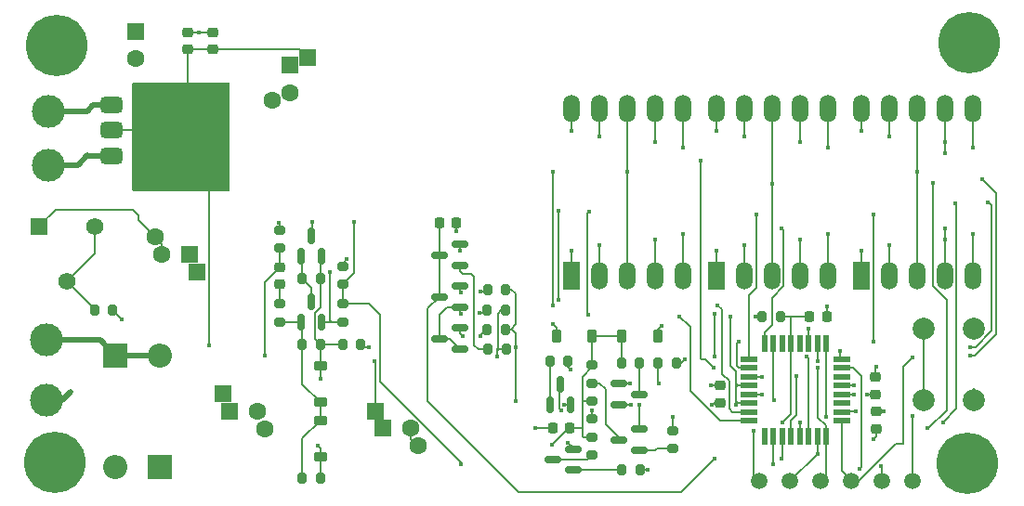
<source format=gbr>
%TF.GenerationSoftware,KiCad,Pcbnew,8.0.7*%
%TF.CreationDate,2025-05-12T19:41:04+03:00*%
%TF.ProjectId,esr_pr4,6573725f-7072-4342-9e6b-696361645f70,rev?*%
%TF.SameCoordinates,Original*%
%TF.FileFunction,Copper,L1,Top*%
%TF.FilePolarity,Positive*%
%FSLAX46Y46*%
G04 Gerber Fmt 4.6, Leading zero omitted, Abs format (unit mm)*
G04 Created by KiCad (PCBNEW 8.0.7) date 2025-05-12 19:41:04*
%MOMM*%
%LPD*%
G01*
G04 APERTURE LIST*
G04 Aperture macros list*
%AMRoundRect*
0 Rectangle with rounded corners*
0 $1 Rounding radius*
0 $2 $3 $4 $5 $6 $7 $8 $9 X,Y pos of 4 corners*
0 Add a 4 corners polygon primitive as box body*
4,1,4,$2,$3,$4,$5,$6,$7,$8,$9,$2,$3,0*
0 Add four circle primitives for the rounded corners*
1,1,$1+$1,$2,$3*
1,1,$1+$1,$4,$5*
1,1,$1+$1,$6,$7*
1,1,$1+$1,$8,$9*
0 Add four rect primitives between the rounded corners*
20,1,$1+$1,$2,$3,$4,$5,0*
20,1,$1+$1,$4,$5,$6,$7,0*
20,1,$1+$1,$6,$7,$8,$9,0*
20,1,$1+$1,$8,$9,$2,$3,0*%
G04 Aperture macros list end*
%TA.AperFunction,ComponentPad*%
%ADD10C,3.600000*%
%TD*%
%TA.AperFunction,ConnectorPad*%
%ADD11C,5.600000*%
%TD*%
%TA.AperFunction,SMDPad,CuDef*%
%ADD12RoundRect,0.150000X0.587500X0.150000X-0.587500X0.150000X-0.587500X-0.150000X0.587500X-0.150000X0*%
%TD*%
%TA.AperFunction,SMDPad,CuDef*%
%ADD13RoundRect,0.200000X-0.200000X-0.275000X0.200000X-0.275000X0.200000X0.275000X-0.200000X0.275000X0*%
%TD*%
%TA.AperFunction,SMDPad,CuDef*%
%ADD14RoundRect,0.225000X-0.225000X-0.250000X0.225000X-0.250000X0.225000X0.250000X-0.225000X0.250000X0*%
%TD*%
%TA.AperFunction,SMDPad,CuDef*%
%ADD15RoundRect,0.200000X0.275000X-0.200000X0.275000X0.200000X-0.275000X0.200000X-0.275000X-0.200000X0*%
%TD*%
%TA.AperFunction,SMDPad,CuDef*%
%ADD16RoundRect,0.225000X-0.375000X0.225000X-0.375000X-0.225000X0.375000X-0.225000X0.375000X0.225000X0*%
%TD*%
%TA.AperFunction,ComponentPad*%
%ADD17R,1.524000X2.524000*%
%TD*%
%TA.AperFunction,ComponentPad*%
%ADD18O,1.524000X2.524000*%
%TD*%
%TA.AperFunction,SMDPad,CuDef*%
%ADD19RoundRect,0.200000X0.200000X0.275000X-0.200000X0.275000X-0.200000X-0.275000X0.200000X-0.275000X0*%
%TD*%
%TA.AperFunction,SMDPad,CuDef*%
%ADD20C,1.500000*%
%TD*%
%TA.AperFunction,ComponentPad*%
%ADD21R,1.600000X1.600000*%
%TD*%
%TA.AperFunction,ComponentPad*%
%ADD22C,1.600000*%
%TD*%
%TA.AperFunction,ComponentPad*%
%ADD23R,1.560000X1.560000*%
%TD*%
%TA.AperFunction,ComponentPad*%
%ADD24C,1.560000*%
%TD*%
%TA.AperFunction,SMDPad,CuDef*%
%ADD25RoundRect,0.200000X-0.275000X0.200000X-0.275000X-0.200000X0.275000X-0.200000X0.275000X0.200000X0*%
%TD*%
%TA.AperFunction,SMDPad,CuDef*%
%ADD26RoundRect,0.225000X-0.225000X-0.375000X0.225000X-0.375000X0.225000X0.375000X-0.225000X0.375000X0*%
%TD*%
%TA.AperFunction,SMDPad,CuDef*%
%ADD27RoundRect,0.150000X0.150000X-0.587500X0.150000X0.587500X-0.150000X0.587500X-0.150000X-0.587500X0*%
%TD*%
%TA.AperFunction,ComponentPad*%
%ADD28C,2.000000*%
%TD*%
%TA.AperFunction,SMDPad,CuDef*%
%ADD29RoundRect,0.225000X0.250000X-0.225000X0.250000X0.225000X-0.250000X0.225000X-0.250000X-0.225000X0*%
%TD*%
%TA.AperFunction,ComponentPad*%
%ADD30R,2.200000X2.200000*%
%TD*%
%TA.AperFunction,ComponentPad*%
%ADD31O,2.200000X2.200000*%
%TD*%
%TA.AperFunction,SMDPad,CuDef*%
%ADD32C,3.000000*%
%TD*%
%TA.AperFunction,SMDPad,CuDef*%
%ADD33R,1.600000X0.550000*%
%TD*%
%TA.AperFunction,SMDPad,CuDef*%
%ADD34R,0.550000X1.600000*%
%TD*%
%TA.AperFunction,SMDPad,CuDef*%
%ADD35RoundRect,0.225000X0.225000X0.250000X-0.225000X0.250000X-0.225000X-0.250000X0.225000X-0.250000X0*%
%TD*%
%TA.AperFunction,SMDPad,CuDef*%
%ADD36RoundRect,0.225000X-0.250000X0.225000X-0.250000X-0.225000X0.250000X-0.225000X0.250000X0.225000X0*%
%TD*%
%TA.AperFunction,SMDPad,CuDef*%
%ADD37RoundRect,0.375000X-0.625000X-0.375000X0.625000X-0.375000X0.625000X0.375000X-0.625000X0.375000X0*%
%TD*%
%TA.AperFunction,SMDPad,CuDef*%
%ADD38RoundRect,0.500000X-0.500000X-1.400000X0.500000X-1.400000X0.500000X1.400000X-0.500000X1.400000X0*%
%TD*%
%TA.AperFunction,SMDPad,CuDef*%
%ADD39RoundRect,0.150000X-0.587500X-0.150000X0.587500X-0.150000X0.587500X0.150000X-0.587500X0.150000X0*%
%TD*%
%TA.AperFunction,ViaPad*%
%ADD40C,0.400000*%
%TD*%
%TA.AperFunction,Conductor*%
%ADD41C,0.200000*%
%TD*%
%TA.AperFunction,Conductor*%
%ADD42C,0.500000*%
%TD*%
G04 APERTURE END LIST*
D10*
%TO.P,H1,1*%
%TO.N,N/C*%
X103555800Y-53543200D03*
D11*
X103555800Y-53543200D03*
%TD*%
D10*
%TO.P,H4,1*%
%TO.N,N/C*%
X186750000Y-53300000D03*
D11*
X186750000Y-53300000D03*
%TD*%
D12*
%TO.P,QT7,1,B*%
%TO.N,Net-(QT7-B)*%
X140321400Y-73584000D03*
%TO.P,QT7,2,E*%
%TO.N,GND*%
X140321400Y-71684000D03*
%TO.P,QT7,3,C*%
%TO.N,Net-(Q4-C)*%
X138446400Y-72634000D03*
%TD*%
D13*
%TO.P,R32,1*%
%TO.N,+5V*%
X167894000Y-78232000D03*
%TO.P,R32,2*%
%TO.N,/ISP_RESET*%
X169544000Y-78232000D03*
%TD*%
%TO.P,R12,1*%
%TO.N,Net-(D1-A)*%
X125984000Y-92964000D03*
%TO.P,R12,2*%
%TO.N,GND*%
X127634000Y-92964000D03*
%TD*%
D14*
%TO.P,C12,1*%
%TO.N,Net-(Q4-C)*%
X138446400Y-69713000D03*
%TO.P,C12,2*%
%TO.N,GND*%
X139996400Y-69713000D03*
%TD*%
D15*
%TO.P,R7,1*%
%TO.N,Net-(Q2-B)*%
X159689800Y-90309200D03*
%TO.P,R7,2*%
%TO.N,Net-(U1-PC2)*%
X159689800Y-88659200D03*
%TD*%
D13*
%TO.P,R8,1*%
%TO.N,Net-(Q3-B)*%
X148513800Y-82321400D03*
%TO.P,R8,2*%
%TO.N,Net-(U1-PC3)*%
X150163800Y-82321400D03*
%TD*%
D15*
%TO.P,R15,1*%
%TO.N,Net-(D7-K)*%
X123952000Y-72009000D03*
%TO.P,R15,2*%
%TO.N,GND*%
X123952000Y-70359000D03*
%TD*%
D16*
%TO.P,D2,1,K*%
%TO.N,Net-(D1-A)*%
X127625000Y-87700000D03*
%TO.P,D2,2,A*%
%TO.N,GND*%
X127625000Y-91000000D03*
%TD*%
D17*
%TO.P,AFF2,1,e*%
%TO.N,Net-(AFF1-e)*%
X163690000Y-74559000D03*
D18*
%TO.P,AFF2,2,d*%
%TO.N,Net-(AFF1-d)*%
X166230000Y-74559000D03*
%TO.P,AFF2,3,C.A.*%
%TO.N,Net-(QT2-C)*%
X168770000Y-74559000D03*
%TO.P,AFF2,4,c*%
%TO.N,Net-(AFF1-c)*%
X171310000Y-74559000D03*
%TO.P,AFF2,5,DP*%
%TO.N,Net-(AFF1-DP)*%
X173850000Y-74559000D03*
%TO.P,AFF2,6,b*%
%TO.N,Net-(AFF1-b)*%
X173850000Y-59319000D03*
%TO.P,AFF2,7,a*%
%TO.N,Net-(AFF1-a)*%
X171310000Y-59319000D03*
%TO.P,AFF2,8,C.A.*%
%TO.N,Net-(QT2-C)*%
X168770000Y-59319000D03*
%TO.P,AFF2,9,f*%
%TO.N,Net-(AFF1-f)*%
X166230000Y-59319000D03*
%TO.P,AFF2,10,g*%
%TO.N,Net-(AFF1-g)*%
X163690000Y-59319000D03*
%TD*%
D19*
%TO.P,R1,1*%
%TO.N,Net-(Q1-C)*%
X156717000Y-82448400D03*
%TO.P,R1,2*%
%TO.N,Net-(D5-A)*%
X155067000Y-82448400D03*
%TD*%
D20*
%TO.P,TP6,1,1*%
%TO.N,/ISP_MOSI*%
X170434000Y-93218000D03*
%TD*%
%TO.P,TP5,1,1*%
%TO.N,/ISP_MISO*%
X173228000Y-93218000D03*
%TD*%
D10*
%TO.P,H2,1*%
%TO.N,N/C*%
X186600000Y-91625000D03*
D11*
X186600000Y-91625000D03*
%TD*%
D21*
%TO.P,CP4,1*%
%TO.N,Net-(D7-K)*%
X132658126Y-86850000D03*
X133329063Y-88450000D03*
D22*
%TO.P,CP4,2*%
%TO.N,Net-(D5-A)*%
X135829063Y-88450000D03*
X136500000Y-90050000D03*
%TD*%
D23*
%TO.P,RV21,1,1*%
%TO.N,Net-(CP5-Pad2)*%
X102025000Y-70035000D03*
D24*
%TO.P,RV21,2,2*%
%TO.N,Net-(R11-Pad1)*%
X104525000Y-75035000D03*
%TO.P,RV21,3,3*%
X107025000Y-70035000D03*
%TD*%
D25*
%TO.P,R4,1*%
%TO.N,Net-(D5-A)*%
X152374600Y-89218000D03*
%TO.P,R4,2*%
%TO.N,Net-(QT4-C)*%
X152374600Y-90868000D03*
%TD*%
D15*
%TO.P,R2,1*%
%TO.N,Net-(Q2-C)*%
X152400000Y-84328000D03*
%TO.P,R2,2*%
%TO.N,Net-(D5-A)*%
X152400000Y-82678000D03*
%TD*%
D12*
%TO.P,Q5,1,B*%
%TO.N,Net-(Q4-B)*%
X140321400Y-81204000D03*
%TO.P,Q5,2,E*%
%TO.N,Net-(Q5-E)*%
X140321400Y-79304000D03*
%TO.P,Q5,3,C*%
%TO.N,Net-(Q4-B)*%
X138446400Y-80254000D03*
%TD*%
D26*
%TO.P,D6,1,K*%
%TO.N,Net-(D5-A)*%
X155068000Y-80010000D03*
%TO.P,D6,2,A*%
%TO.N,GND*%
X158368000Y-80010000D03*
%TD*%
D27*
%TO.P,Q3,1,B*%
%TO.N,Net-(Q3-B)*%
X148513800Y-86283800D03*
%TO.P,Q3,2,E*%
%TO.N,+5V*%
X150413800Y-86283800D03*
%TO.P,Q3,3,C*%
%TO.N,Net-(Q3-C)*%
X149463800Y-84408800D03*
%TD*%
D28*
%TO.P,SW1,1,1*%
%TO.N,Net-(U1-PD1)*%
X182626000Y-85852000D03*
X182626000Y-79352000D03*
%TO.P,SW1,2,2*%
%TO.N,GND*%
X187126000Y-85852000D03*
X187126000Y-79352000D03*
%TD*%
D16*
%TO.P,D1,1,K*%
%TO.N,Net-(D1-K)*%
X127625000Y-82775000D03*
%TO.P,D1,2,A*%
%TO.N,Net-(D1-A)*%
X127625000Y-86075000D03*
%TD*%
D20*
%TO.P,TP3,1,1*%
%TO.N,/ISP_RESET*%
X167640000Y-93218000D03*
%TD*%
D21*
%TO.P,CP6,1*%
%TO.N,Net-(D1-K)*%
X118709063Y-85268000D03*
X119380000Y-86868000D03*
D22*
%TO.P,CP6,2*%
%TO.N,GND*%
X121880000Y-86868000D03*
X122550937Y-88468000D03*
%TD*%
D29*
%TO.P,C13,1*%
%TO.N,GND*%
X178231800Y-88468200D03*
%TO.P,C13,2*%
%TO.N,+5V*%
X178231800Y-86918200D03*
%TD*%
D13*
%TO.P,R18,1*%
%TO.N,Net-(Q4-B)*%
X142825200Y-77698600D03*
%TO.P,R18,2*%
%TO.N,Net-(U1-PC4)*%
X144475200Y-77698600D03*
%TD*%
D29*
%TO.P,C4,1*%
%TO.N,Net-(U1-AREF)*%
X178225000Y-85344000D03*
%TO.P,C4,2*%
%TO.N,GND*%
X178225000Y-83794000D03*
%TD*%
D30*
%TO.P,D7,1,K*%
%TO.N,Net-(D7-K)*%
X108966000Y-81788000D03*
D31*
%TO.P,D7,2,A*%
%TO.N,GND*%
X108966000Y-91948000D03*
%TD*%
D30*
%TO.P,D8,1,K*%
%TO.N,GND*%
X113030000Y-91948000D03*
D31*
%TO.P,D8,2,A*%
%TO.N,Net-(D7-K)*%
X113030000Y-81788000D03*
%TD*%
D32*
%TO.P,TP8,1,1*%
%TO.N,GND*%
X102800000Y-59550000D03*
%TD*%
D12*
%TO.P,Q4,1,B*%
%TO.N,Net-(Q4-B)*%
X140321400Y-77394000D03*
%TO.P,Q4,2,E*%
%TO.N,Net-(Q4-E)*%
X140321400Y-75494000D03*
%TO.P,Q4,3,C*%
%TO.N,Net-(Q4-C)*%
X138446400Y-76444000D03*
%TD*%
D26*
%TO.P,D5,1,K*%
%TO.N,GND*%
X149100000Y-80010000D03*
%TO.P,D5,2,A*%
%TO.N,Net-(D5-A)*%
X152400000Y-80010000D03*
%TD*%
D32*
%TO.P,TP9,1,1*%
%TO.N,GND*%
X102675000Y-85875000D03*
%TD*%
D27*
%TO.P,Q6,1,B*%
%TO.N,Net-(Q6-B)*%
X125862000Y-72771000D03*
%TO.P,Q6,2,E*%
%TO.N,Net-(D1-K)*%
X127762000Y-72771000D03*
%TO.P,Q6,3,C*%
%TO.N,Net-(Q6-C)*%
X126812000Y-70896000D03*
%TD*%
D12*
%TO.P,Q2,1,B*%
%TO.N,Net-(Q2-B)*%
X156715700Y-90434200D03*
%TO.P,Q2,2,E*%
%TO.N,+5V*%
X156715700Y-88534200D03*
%TO.P,Q2,3,C*%
%TO.N,Net-(Q2-C)*%
X154840700Y-89484200D03*
%TD*%
D29*
%TO.P,C7,1*%
%TO.N,+5V*%
X115570000Y-53861000D03*
%TO.P,C7,2*%
%TO.N,GND*%
X115570000Y-52311000D03*
%TD*%
D13*
%TO.P,R19,1*%
%TO.N,Net-(QT7-B)*%
X142901400Y-81254600D03*
%TO.P,R19,2*%
%TO.N,Net-(U1-PC4)*%
X144551400Y-81254600D03*
%TD*%
D12*
%TO.P,QT4,1,B*%
%TO.N,Net-(QT4-B)*%
X150645100Y-92237600D03*
%TO.P,QT4,2,E*%
%TO.N,GND*%
X150645100Y-90337600D03*
%TO.P,QT4,3,C*%
%TO.N,Net-(QT4-C)*%
X148770100Y-91287600D03*
%TD*%
D32*
%TO.P,TP10,1,1*%
%TO.N,Net-(D7-K)*%
X102625000Y-80375000D03*
%TD*%
D15*
%TO.P,R14,1*%
%TO.N,Net-(D1-A)*%
X123952000Y-78740000D03*
%TO.P,R14,2*%
%TO.N,Net-(C1-Pad1)*%
X123952000Y-77090000D03*
%TD*%
D33*
%TO.P,U1,1,PD3*%
%TO.N,Net-(U1-PD3)*%
X166650000Y-82144000D03*
%TO.P,U1,2,PD4*%
%TO.N,Net-(U1-PD4)*%
X166650000Y-82944000D03*
%TO.P,U1,3,GND*%
%TO.N,GND*%
X166650000Y-83744000D03*
%TO.P,U1,4,VCC*%
%TO.N,+5V*%
X166650000Y-84544000D03*
%TO.P,U1,5,GND*%
%TO.N,GND*%
X166650000Y-85344000D03*
%TO.P,U1,6,VCC*%
%TO.N,+5V*%
X166650000Y-86144000D03*
%TO.P,U1,7,PB6/XTAL1*%
%TO.N,Net-(U1-PB6{slash}XTAL1)*%
X166650000Y-86944000D03*
%TO.P,U1,8,PB7/XTAL2*%
%TO.N,Net-(U1-PB7{slash}XTAL2)*%
X166650000Y-87744000D03*
D34*
%TO.P,U1,9,PD5*%
%TO.N,unconnected-(U1-PD5-Pad9)*%
X168100000Y-89194000D03*
%TO.P,U1,10,PD6*%
%TO.N,Net-(Q6-C)*%
X168900000Y-89194000D03*
%TO.P,U1,11,PD7*%
%TO.N,Net-(Q4-C)*%
X169700000Y-89194000D03*
%TO.P,U1,12,PB0*%
%TO.N,Net-(U1-PB0)*%
X170500000Y-89194000D03*
%TO.P,U1,13,PB1*%
%TO.N,Net-(U1-PB1)*%
X171300000Y-89194000D03*
%TO.P,U1,14,PB2*%
%TO.N,Net-(U1-PB2)*%
X172100000Y-89194000D03*
%TO.P,U1,15,PB3*%
%TO.N,/ISP_MOSI*%
X172900000Y-89194000D03*
%TO.P,U1,16,PB4*%
%TO.N,/ISP_MISO*%
X173700000Y-89194000D03*
D33*
%TO.P,U1,17,PB5*%
%TO.N,/ISP_SCK*%
X175150000Y-87744000D03*
%TO.P,U1,18,AVCC*%
%TO.N,+5V*%
X175150000Y-86944000D03*
%TO.P,U1,19,ADC6*%
%TO.N,unconnected-(U1-ADC6-Pad19)*%
X175150000Y-86144000D03*
%TO.P,U1,20,AREF*%
%TO.N,Net-(U1-AREF)*%
X175150000Y-85344000D03*
%TO.P,U1,21,AGND*%
%TO.N,GND*%
X175150000Y-84544000D03*
%TO.P,U1,22,ADC7*%
%TO.N,unconnected-(U1-ADC7-Pad22)*%
X175150000Y-83744000D03*
%TO.P,U1,23,PC0*%
%TO.N,Net-(U1-PC0)*%
X175150000Y-82944000D03*
%TO.P,U1,24,PC1*%
%TO.N,Net-(U1-PC1)*%
X175150000Y-82144000D03*
D34*
%TO.P,U1,25,PC2*%
%TO.N,Net-(U1-PC2)*%
X173700000Y-80694000D03*
%TO.P,U1,26,PC3*%
%TO.N,Net-(U1-PC3)*%
X172900000Y-80694000D03*
%TO.P,U1,27,PC4*%
%TO.N,Net-(U1-PC4)*%
X172100000Y-80694000D03*
%TO.P,U1,28,PC5*%
%TO.N,unconnected-(U1-PC5-Pad28)*%
X171300000Y-80694000D03*
%TO.P,U1,29,PC6/~{RESET}*%
%TO.N,/ISP_RESET*%
X170500000Y-80694000D03*
%TO.P,U1,30,PD0*%
%TO.N,unconnected-(U1-PD0-Pad30)*%
X169700000Y-80694000D03*
%TO.P,U1,31,PD1*%
%TO.N,Net-(U1-PD1)*%
X168900000Y-80694000D03*
%TO.P,U1,32,PD2*%
%TO.N,Net-(U1-PD2)*%
X168100000Y-80694000D03*
%TD*%
D13*
%TO.P,R6,1*%
%TO.N,Net-(Q1-B)*%
X158407600Y-82448400D03*
%TO.P,R6,2*%
%TO.N,Net-(U1-PC1)*%
X160057600Y-82448400D03*
%TD*%
D20*
%TO.P,TP4,1,1*%
%TO.N,/ISP_SCK*%
X176022000Y-93218000D03*
%TD*%
D21*
%TO.P,CP3,1*%
%TO.N,Net-(U2-VI)*%
X110820200Y-52236488D03*
D22*
%TO.P,CP3,2*%
%TO.N,GND*%
X110820200Y-54736488D03*
%TD*%
D14*
%TO.P,C14,1*%
%TO.N,/ISP_RESET*%
X172212000Y-78232000D03*
%TO.P,C14,2*%
%TO.N,GND*%
X173762000Y-78232000D03*
%TD*%
D15*
%TO.P,R10,1*%
%TO.N,Net-(Q6-C)*%
X129667000Y-75311000D03*
%TO.P,R10,2*%
%TO.N,GND*%
X129667000Y-73661000D03*
%TD*%
D13*
%TO.P,R11,1*%
%TO.N,Net-(R11-Pad1)*%
X107023400Y-77698600D03*
%TO.P,R11,2*%
%TO.N,GND*%
X108673400Y-77698600D03*
%TD*%
D20*
%TO.P,TP1,1,1*%
%TO.N,+5V*%
X181610000Y-93218000D03*
%TD*%
D10*
%TO.P,H3,1*%
%TO.N,N/C*%
X103450000Y-91550000D03*
D11*
X103450000Y-91550000D03*
%TD*%
D19*
%TO.P,R9,1*%
%TO.N,Net-(U1-PC0)*%
X156730200Y-92252800D03*
%TO.P,R9,2*%
%TO.N,Net-(QT4-B)*%
X155080200Y-92252800D03*
%TD*%
D15*
%TO.P,R3,1*%
%TO.N,Net-(Q3-C)*%
X152400000Y-87566000D03*
%TO.P,R3,2*%
%TO.N,Net-(D5-A)*%
X152400000Y-85916000D03*
%TD*%
D35*
%TO.P,C2,1*%
%TO.N,Net-(D5-A)*%
X150330200Y-88392000D03*
%TO.P,C2,2*%
%TO.N,Net-(D7-K)*%
X148780200Y-88392000D03*
%TD*%
D36*
%TO.P,C11,1*%
%TO.N,GND*%
X164084000Y-84556000D03*
%TO.P,C11,2*%
%TO.N,+5V*%
X164084000Y-86106000D03*
%TD*%
D37*
%TO.P,U2,1,GND*%
%TO.N,GND*%
X108610000Y-58964800D03*
%TO.P,U2,2,VO*%
%TO.N,+5V*%
X108610000Y-61264800D03*
D38*
X114910000Y-61264800D03*
D37*
%TO.P,U2,3,VI*%
%TO.N,Net-(U2-VI)*%
X108610000Y-63564800D03*
%TD*%
D19*
%TO.P,R13,1*%
%TO.N,Net-(D1-K)*%
X127634000Y-80772000D03*
%TO.P,R13,2*%
%TO.N,Net-(D1-A)*%
X125984000Y-80772000D03*
%TD*%
%TO.P,R17,1*%
%TO.N,+5V*%
X144474200Y-79400400D03*
%TO.P,R17,2*%
%TO.N,Net-(Q5-E)*%
X142824200Y-79400400D03*
%TD*%
%TO.P,R22,1*%
%TO.N,+5V*%
X131317000Y-80772000D03*
%TO.P,R22,2*%
%TO.N,Net-(D1-K)*%
X129667000Y-80772000D03*
%TD*%
D20*
%TO.P,TP2,1,1*%
%TO.N,GND*%
X178816000Y-93218000D03*
%TD*%
D27*
%TO.P,QT6,1,B*%
%TO.N,Net-(D1-A)*%
X125862000Y-78740000D03*
%TO.P,QT6,2,E*%
%TO.N,Net-(QT6-E)*%
X127762000Y-78740000D03*
%TO.P,QT6,3,C*%
%TO.N,Net-(Q6-B)*%
X126812000Y-76865000D03*
%TD*%
D21*
%TO.P,CP5,1*%
%TO.N,Net-(QT6-E)*%
X116370937Y-74175000D03*
X115700000Y-72575000D03*
D22*
%TO.P,CP5,2*%
%TO.N,Net-(CP5-Pad2)*%
X113200000Y-72575000D03*
X112529063Y-70975000D03*
%TD*%
D19*
%TO.P,R16,1*%
%TO.N,+5V*%
X144499600Y-75768200D03*
%TO.P,R16,2*%
%TO.N,Net-(Q4-E)*%
X142849600Y-75768200D03*
%TD*%
D29*
%TO.P,C1,1*%
%TO.N,Net-(C1-Pad1)*%
X123952000Y-75311000D03*
%TO.P,C1,2*%
%TO.N,Net-(D7-K)*%
X123952000Y-73761000D03*
%TD*%
D25*
%TO.P,R5,1*%
%TO.N,Net-(Q6-C)*%
X129667000Y-77090000D03*
%TO.P,R5,2*%
%TO.N,Net-(QT6-E)*%
X129667000Y-78740000D03*
%TD*%
D32*
%TO.P,TP7,1,1*%
%TO.N,Net-(U2-VI)*%
X102800000Y-64425000D03*
%TD*%
D39*
%TO.P,Q1,1,B*%
%TO.N,Net-(Q1-B)*%
X154838400Y-84378800D03*
%TO.P,Q1,2,E*%
%TO.N,+5V*%
X154838400Y-86278800D03*
%TO.P,Q1,3,C*%
%TO.N,Net-(Q1-C)*%
X156713400Y-85328800D03*
%TD*%
D17*
%TO.P,AFF3,1,e*%
%TO.N,Net-(AFF1-e)*%
X176898000Y-74559000D03*
D18*
%TO.P,AFF3,2,d*%
%TO.N,Net-(AFF1-d)*%
X179438000Y-74559000D03*
%TO.P,AFF3,3,C.A.*%
%TO.N,Net-(QT3-C)*%
X181978000Y-74559000D03*
%TO.P,AFF3,4,c*%
%TO.N,Net-(AFF1-c)*%
X184518000Y-74559000D03*
%TO.P,AFF3,5,DP*%
%TO.N,Net-(AFF1-DP)*%
X187058000Y-74559000D03*
%TO.P,AFF3,6,b*%
%TO.N,Net-(AFF1-b)*%
X187058000Y-59319000D03*
%TO.P,AFF3,7,a*%
%TO.N,Net-(AFF1-a)*%
X184518000Y-59319000D03*
%TO.P,AFF3,8,C.A.*%
%TO.N,Net-(QT3-C)*%
X181978000Y-59319000D03*
%TO.P,AFF3,9,f*%
%TO.N,Net-(AFF1-f)*%
X179438000Y-59319000D03*
%TO.P,AFF3,10,g*%
%TO.N,Net-(AFF1-g)*%
X176898000Y-59319000D03*
%TD*%
D19*
%TO.P,R20,1*%
%TO.N,Net-(D1-K)*%
X127635000Y-74803000D03*
%TO.P,R20,2*%
%TO.N,Net-(Q6-B)*%
X125985000Y-74803000D03*
%TD*%
D21*
%TO.P,CP10,1*%
%TO.N,+5V*%
X126450000Y-54661386D03*
X124850000Y-55332323D03*
D22*
%TO.P,CP10,2*%
%TO.N,GND*%
X124850000Y-57832323D03*
X123250000Y-58503260D03*
%TD*%
D17*
%TO.P,AFF1,1,e*%
%TO.N,Net-(AFF1-e)*%
X150482000Y-74559000D03*
D18*
%TO.P,AFF1,2,d*%
%TO.N,Net-(AFF1-d)*%
X153022000Y-74559000D03*
%TO.P,AFF1,3,C.A.*%
%TO.N,Net-(QT1-C)*%
X155562000Y-74559000D03*
%TO.P,AFF1,4,c*%
%TO.N,Net-(AFF1-c)*%
X158102000Y-74559000D03*
%TO.P,AFF1,5,DP*%
%TO.N,Net-(AFF1-DP)*%
X160642000Y-74559000D03*
%TO.P,AFF1,6,b*%
%TO.N,Net-(AFF1-b)*%
X160642000Y-59319000D03*
%TO.P,AFF1,7,a*%
%TO.N,Net-(AFF1-a)*%
X158102000Y-59319000D03*
%TO.P,AFF1,8,C.A.*%
%TO.N,Net-(QT1-C)*%
X155562000Y-59319000D03*
%TO.P,AFF1,9,f*%
%TO.N,Net-(AFF1-f)*%
X153022000Y-59319000D03*
%TO.P,AFF1,10,g*%
%TO.N,Net-(AFF1-g)*%
X150482000Y-59319000D03*
%TD*%
D29*
%TO.P,C9,1*%
%TO.N,+5V*%
X117856000Y-53861000D03*
%TO.P,C9,2*%
%TO.N,GND*%
X117856000Y-52311000D03*
%TD*%
D40*
%TO.N,Net-(AFF1-e)*%
X163690000Y-72273000D03*
X150482000Y-72273000D03*
X176898000Y-72273000D03*
%TO.N,Net-(AFF1-d)*%
X153022000Y-71765000D03*
X166230000Y-71765000D03*
X179438000Y-71765000D03*
%TO.N,Net-(QT1-C)*%
X155562000Y-65034000D03*
%TO.N,Net-(AFF1-c)*%
X171310000Y-71257000D03*
X184505600Y-70180200D03*
X158102000Y-71257000D03*
X184518000Y-71257000D03*
%TO.N,Net-(AFF1-DP)*%
X160642000Y-70749000D03*
X173850000Y-70749000D03*
X187058000Y-70749000D03*
%TO.N,Net-(AFF1-b)*%
X160642000Y-62875000D03*
X187058000Y-62875000D03*
X173850000Y-62875000D03*
%TO.N,Net-(AFF1-a)*%
X184505600Y-63374500D03*
X184518000Y-62367000D03*
X158102000Y-62367000D03*
X171310000Y-62367000D03*
%TO.N,Net-(AFF1-f)*%
X166230000Y-61859000D03*
X179438000Y-61859000D03*
X153022000Y-61859000D03*
%TO.N,Net-(AFF1-g)*%
X176898000Y-61351000D03*
X150482000Y-61351000D03*
X163690000Y-61351000D03*
%TO.N,Net-(QT2-C)*%
X168770000Y-66177000D03*
%TO.N,Net-(QT3-C)*%
X181978000Y-65034000D03*
%TO.N,Net-(D7-K)*%
X122555000Y-81788000D03*
X147193000Y-88392000D03*
X132588000Y-82296000D03*
%TO.N,Net-(D5-A)*%
X148717000Y-89916000D03*
%TO.N,Net-(U1-AREF)*%
X177444400Y-85369400D03*
X176225200Y-85344000D03*
%TO.N,GND*%
X173762000Y-77318200D03*
X167894000Y-85344000D03*
X178003200Y-89408000D03*
X123825000Y-69723000D03*
X148793200Y-78968600D03*
X178231800Y-82854800D03*
X140004800Y-70459600D03*
X178714400Y-91846400D03*
X130048000Y-73025000D03*
X167894000Y-83743800D03*
X127381000Y-90043000D03*
X176225200Y-84556600D03*
X140335000Y-72237600D03*
X158673800Y-79095600D03*
X106934000Y-58964800D03*
X104902000Y-85090000D03*
X150190200Y-89763600D03*
X109500000Y-78500000D03*
X116586000Y-52311000D03*
X163221000Y-84556000D03*
%TO.N,+5V*%
X117348000Y-58928000D03*
X156718000Y-86309200D03*
X118364000Y-61976000D03*
X114300000Y-66040000D03*
X115316000Y-64008000D03*
X176377600Y-86876000D03*
X113284000Y-60706000D03*
X115316000Y-65024000D03*
X116332000Y-65024000D03*
X113284000Y-59690000D03*
X116078000Y-57912000D03*
X145415000Y-85979000D03*
X164973000Y-78232000D03*
X117348000Y-57912000D03*
X112268000Y-65024000D03*
X111252000Y-66040000D03*
X181610000Y-87274400D03*
X114300000Y-65024000D03*
X112268000Y-61976000D03*
X111252000Y-61976000D03*
X112268000Y-59690000D03*
X155956000Y-86309200D03*
X117348000Y-59944000D03*
X149860000Y-86309200D03*
X178943000Y-86876000D03*
X118364000Y-62992000D03*
X113284000Y-64008000D03*
X111252000Y-60706000D03*
X112268000Y-66040000D03*
X117348000Y-61976000D03*
X111252000Y-58674000D03*
X111252000Y-62992000D03*
X167259000Y-78232000D03*
X111252000Y-65024000D03*
X112268000Y-64008000D03*
X115316000Y-66040000D03*
X118364000Y-66040000D03*
X112268000Y-57658000D03*
X113284000Y-66040000D03*
X118364000Y-65024000D03*
X113284000Y-61976000D03*
X114300000Y-57658000D03*
X113284000Y-62992000D03*
X132080000Y-81026000D03*
X111252000Y-57658000D03*
X111252000Y-59690000D03*
X163322000Y-86309200D03*
X111252000Y-64008000D03*
X145415000Y-81026000D03*
X112268000Y-62992000D03*
X112268000Y-60706000D03*
X117348000Y-60960000D03*
X118364000Y-60960000D03*
X114300000Y-58674000D03*
X118364000Y-58928000D03*
X117470937Y-80894937D03*
X113284000Y-58674000D03*
X116332000Y-66040000D03*
X118364000Y-64008000D03*
X118364000Y-59944000D03*
X113284000Y-65024000D03*
X113284000Y-57658000D03*
X116078000Y-58928000D03*
X165481000Y-86309200D03*
X114300000Y-64008000D03*
X118364000Y-57912000D03*
X116332000Y-64008000D03*
X112268000Y-58674000D03*
%TO.N,Net-(Q4-C)*%
X169672000Y-91186000D03*
X163576000Y-91186000D03*
%TO.N,/ISP_RESET*%
X169722800Y-87926300D03*
X167081200Y-88646000D03*
%TO.N,Net-(U2-VI)*%
X106426000Y-63500000D03*
%TO.N,Net-(QT6-E)*%
X128524000Y-74175000D03*
%TO.N,Net-(D1-K)*%
X127635000Y-83947000D03*
%TO.N,Net-(Q1-B)*%
X155829000Y-84378800D03*
X158419800Y-84378800D03*
%TO.N,Net-(Q3-C)*%
X152349200Y-86842600D03*
X149529800Y-86842600D03*
%TO.N,Net-(Q4-B)*%
X142129900Y-77876400D03*
X140436600Y-78003400D03*
%TO.N,Net-(Q4-E)*%
X142240000Y-75996800D03*
X140436600Y-76022200D03*
%TO.N,Net-(Q5-E)*%
X142240000Y-80010000D03*
X140589000Y-80010000D03*
%TO.N,Net-(Q6-C)*%
X126873000Y-69596000D03*
X168910000Y-91694000D03*
X130683000Y-69596000D03*
X140462000Y-91694000D03*
%TO.N,Net-(U1-PC1)*%
X160807400Y-82169000D03*
X174929800Y-81407000D03*
%TO.N,/ISP_MISO*%
X163449000Y-82931000D03*
X172948600Y-82931000D03*
X162229800Y-64033400D03*
%TO.N,Net-(U1-PC3)*%
X172897800Y-82296000D03*
X150393400Y-83058000D03*
%TO.N,Net-(U1-PC0)*%
X176707800Y-92151200D03*
X157429200Y-92252800D03*
%TO.N,Net-(U1-PC4)*%
X143764000Y-81915000D03*
X172085000Y-79375000D03*
%TO.N,Net-(U1-PD4)*%
X165735000Y-80518000D03*
X178054000Y-68961000D03*
X178054000Y-80518000D03*
%TO.N,Net-(U1-PD3)*%
X167309800Y-68961000D03*
%TO.N,Net-(U1-PD2)*%
X169672000Y-70231000D03*
%TO.N,Net-(U1-PB7{slash}XTAL2)*%
X160350200Y-78232000D03*
X152069800Y-68681600D03*
X152019000Y-78079600D03*
%TO.N,Net-(U1-PB6{slash}XTAL1)*%
X149352000Y-76708000D03*
X149352000Y-68580000D03*
X163830000Y-77216000D03*
%TO.N,Net-(U1-PB0)*%
X188391800Y-67843400D03*
X186817000Y-81026000D03*
X170999500Y-83667600D03*
%TO.N,Net-(U1-PB1)*%
X185445400Y-67945000D03*
X184327800Y-87926300D03*
X171297600Y-87926300D03*
%TO.N,Net-(U1-PB2)*%
X163576000Y-81915000D03*
X163576000Y-77978000D03*
X148844000Y-65024000D03*
X148844000Y-77216000D03*
X171958000Y-81915000D03*
%TO.N,/ISP_MOSI*%
X172900000Y-90752000D03*
X182905400Y-88430100D03*
X183438800Y-66040000D03*
%TO.N,Net-(U1-PC2)*%
X173659800Y-87426800D03*
X159689800Y-87426800D03*
%TO.N,/ISP_SCK*%
X187960000Y-65735200D03*
X181546500Y-81978500D03*
X186817000Y-81788000D03*
%TO.N,Net-(U1-PD1)*%
X168927400Y-85869400D03*
%TD*%
D41*
%TO.N,Net-(AFF1-e)*%
X176898000Y-72273000D02*
X176898000Y-74559000D01*
X163690000Y-72273000D02*
X163690000Y-74559000D01*
X150482000Y-74559000D02*
X150482000Y-72273000D01*
%TO.N,Net-(AFF1-d)*%
X166230000Y-74559000D02*
X166230000Y-71765000D01*
X179438000Y-71765000D02*
X179438000Y-74559000D01*
X153022000Y-74559000D02*
X153022000Y-71765000D01*
%TO.N,Net-(QT1-C)*%
X155562000Y-65034000D02*
X155562000Y-59319000D01*
X155562000Y-74559000D02*
X155562000Y-65034000D01*
%TO.N,Net-(AFF1-c)*%
X184505600Y-70180200D02*
X184505600Y-71244600D01*
X158102000Y-74559000D02*
X158102000Y-71257000D01*
X184518000Y-71257000D02*
X184518000Y-74559000D01*
X184505600Y-71244600D02*
X184518000Y-71257000D01*
X171310000Y-74559000D02*
X171310000Y-71257000D01*
%TO.N,Net-(AFF1-DP)*%
X187058000Y-70749000D02*
X187058000Y-74559000D01*
X173850000Y-74559000D02*
X173850000Y-70749000D01*
X160642000Y-74559000D02*
X160642000Y-70749000D01*
%TO.N,Net-(AFF1-b)*%
X160642000Y-59319000D02*
X160642000Y-62875000D01*
X187058000Y-62875000D02*
X187058000Y-59319000D01*
X173850000Y-62875000D02*
X173850000Y-59319000D01*
%TO.N,Net-(AFF1-a)*%
X184518000Y-63362100D02*
X184505600Y-63374500D01*
X184518000Y-62367000D02*
X184518000Y-59319000D01*
X184518000Y-62367000D02*
X184518000Y-63362100D01*
X171310000Y-62367000D02*
X171310000Y-59319000D01*
X158102000Y-59319000D02*
X158102000Y-62367000D01*
%TO.N,Net-(AFF1-f)*%
X166230000Y-61859000D02*
X166230000Y-59319000D01*
X179438000Y-61859000D02*
X179438000Y-59319000D01*
X153022000Y-59319000D02*
X153022000Y-61859000D01*
%TO.N,Net-(AFF1-g)*%
X163690000Y-59319000D02*
X163690000Y-61351000D01*
X150482000Y-59319000D02*
X150482000Y-61351000D01*
X176898000Y-61351000D02*
X176898000Y-59319000D01*
%TO.N,Net-(QT2-C)*%
X168770000Y-66177000D02*
X168770000Y-65034000D01*
X168770000Y-65034000D02*
X168770000Y-59319000D01*
X168770000Y-74559000D02*
X168770000Y-66177000D01*
%TO.N,Net-(QT3-C)*%
X181978000Y-65034000D02*
X181978000Y-59319000D01*
X181978000Y-74559000D02*
X181978000Y-65034000D01*
%TO.N,Net-(C1-Pad1)*%
X123952000Y-77090000D02*
X123952000Y-75311000D01*
D42*
%TO.N,Net-(D7-K)*%
X102625000Y-80375000D02*
X107553000Y-80375000D01*
X108966000Y-81788000D02*
X113030000Y-81788000D01*
D41*
X123952000Y-73761000D02*
X123952000Y-72009000D01*
X132588000Y-82296000D02*
X132658126Y-82366126D01*
X122555000Y-75158000D02*
X123952000Y-73761000D01*
X132658126Y-82366126D02*
X132658126Y-86850000D01*
D42*
X107553000Y-80375000D02*
X108966000Y-81788000D01*
D41*
X122555000Y-81788000D02*
X122555000Y-75158000D01*
X147193000Y-88392000D02*
X148780200Y-88392000D01*
%TO.N,Net-(D5-A)*%
X151536400Y-85902800D02*
X151536400Y-88392000D01*
X155067000Y-80060800D02*
X155067000Y-82448400D01*
X150241000Y-88392000D02*
X150330200Y-88392000D01*
X151599400Y-89218000D02*
X152374600Y-89218000D01*
X152400000Y-82678000D02*
X152400000Y-82854800D01*
X148717000Y-89916000D02*
X150241000Y-88392000D01*
X151587200Y-89230200D02*
X151599400Y-89218000D01*
X152400000Y-82678000D02*
X152400000Y-80010000D01*
X151549600Y-85916000D02*
X151536400Y-85902800D01*
X151536400Y-89179400D02*
X151587200Y-89230200D01*
X136500000Y-90050000D02*
X135890000Y-89440000D01*
X152400000Y-80010000D02*
X155068000Y-80010000D01*
X155117800Y-80010000D02*
X155067000Y-80060800D01*
X135890000Y-89440000D02*
X135890000Y-88510937D01*
X135890000Y-88510937D02*
X135829063Y-88450000D01*
X152400000Y-82854800D02*
X151536400Y-83718400D01*
X155068000Y-80010000D02*
X155117800Y-80010000D01*
X150330200Y-88392000D02*
X151536400Y-88392000D01*
X151536400Y-83718400D02*
X151536400Y-85902800D01*
X151536400Y-88392000D02*
X151536400Y-89179400D01*
X152400000Y-85916000D02*
X151549600Y-85916000D01*
%TO.N,Net-(U1-AREF)*%
X178199600Y-85369400D02*
X178225000Y-85344000D01*
X175150000Y-85344000D02*
X176225200Y-85344000D01*
X177444400Y-85369400D02*
X178199600Y-85369400D01*
%TO.N,GND*%
X116586000Y-52311000D02*
X117856000Y-52311000D01*
X149100000Y-79275400D02*
X148793200Y-78968600D01*
X178816000Y-91948000D02*
X178714400Y-91846400D01*
X166650000Y-83744000D02*
X167893800Y-83744000D01*
X175150000Y-84544000D02*
X176212600Y-84544000D01*
X140321400Y-71684000D02*
X140321400Y-72224000D01*
D42*
X106934000Y-58964800D02*
X108610000Y-58964800D01*
D41*
X139996400Y-70451200D02*
X140004800Y-70459600D01*
X127634000Y-91009000D02*
X127625000Y-91000000D01*
X108966000Y-91948000D02*
X108966000Y-91440000D01*
D42*
X104117000Y-85875000D02*
X104902000Y-85090000D01*
D41*
X108673400Y-77698600D02*
X108698600Y-77698600D01*
X127625000Y-90287000D02*
X127381000Y-90043000D01*
X187126000Y-85852000D02*
X187126000Y-84781000D01*
X173762000Y-78232000D02*
X173762000Y-77318200D01*
X150645100Y-90218500D02*
X150190200Y-89763600D01*
D42*
X102675000Y-85875000D02*
X104117000Y-85875000D01*
X106348800Y-59550000D02*
X106934000Y-58964800D01*
D41*
X140321400Y-72224000D02*
X140335000Y-72237600D01*
X187126000Y-79352000D02*
X187126000Y-80268200D01*
X176212600Y-84544000D02*
X176225200Y-84556600D01*
X139996400Y-69713000D02*
X139996400Y-70451200D01*
X123952000Y-69850000D02*
X123825000Y-69723000D01*
X178231800Y-89179400D02*
X178003200Y-89408000D01*
X178231800Y-88468200D02*
X178231800Y-89179400D01*
X173761400Y-77317600D02*
X173762000Y-77318200D01*
X108698600Y-77698600D02*
X109500000Y-78500000D01*
X178225000Y-83794000D02*
X178225000Y-82861600D01*
X127625000Y-91000000D02*
X127625000Y-90287000D01*
X123952000Y-70359000D02*
X123952000Y-69850000D01*
X150645100Y-90337600D02*
X150645100Y-90218500D01*
X166650000Y-85344000D02*
X167894000Y-85344000D01*
X129667000Y-73661000D02*
X129667000Y-73406000D01*
X178816000Y-93218000D02*
X178816000Y-91948000D01*
D42*
X102800000Y-59550000D02*
X106348800Y-59550000D01*
D41*
X115570000Y-52311000D02*
X116586000Y-52311000D01*
X129667000Y-73406000D02*
X130048000Y-73025000D01*
X178225000Y-82861600D02*
X178231800Y-82854800D01*
X127634000Y-92964000D02*
X127634000Y-91009000D01*
X164084000Y-84556000D02*
X163221000Y-84556000D01*
X158368000Y-79401400D02*
X158673800Y-79095600D01*
X113030000Y-91948000D02*
X113030000Y-90932000D01*
X158368000Y-80010000D02*
X158368000Y-79401400D01*
X149100000Y-80010000D02*
X149100000Y-79275400D01*
X167893800Y-83744000D02*
X167894000Y-83743800D01*
%TO.N,+5V*%
X165650000Y-84544000D02*
X165650000Y-84497000D01*
X145034000Y-75768200D02*
X145440400Y-76174600D01*
X165481000Y-84713000D02*
X165481000Y-84328000D01*
X117470937Y-63825737D02*
X117470937Y-80894937D01*
X132080000Y-81026000D02*
X131571000Y-81026000D01*
X145059400Y-79400400D02*
X145415000Y-79756000D01*
X115570000Y-53861000D02*
X117856000Y-53861000D01*
X176377600Y-86876000D02*
X175218000Y-86876000D01*
X163525200Y-86106000D02*
X163322000Y-86309200D01*
X150388400Y-86309200D02*
X150413800Y-86283800D01*
X181610000Y-87274400D02*
X181610000Y-93218000D01*
X131571000Y-81026000D02*
X131317000Y-80772000D01*
X156715700Y-88534200D02*
X156715700Y-86311500D01*
X154868800Y-86309200D02*
X154838400Y-86278800D01*
X178900800Y-86918200D02*
X178943000Y-86876000D01*
X175218000Y-86876000D02*
X175150000Y-86944000D01*
X165650000Y-86144000D02*
X165481000Y-85975000D01*
X178231800Y-86918200D02*
X178900800Y-86918200D01*
X164084000Y-86106000D02*
X163525200Y-86106000D01*
X165481000Y-85975000D02*
X165481000Y-84713000D01*
X165650000Y-84497000D02*
X165481000Y-84328000D01*
X176419800Y-86918200D02*
X176377600Y-86876000D01*
X155956000Y-86309200D02*
X154868800Y-86309200D01*
X164084000Y-86106000D02*
X164122000Y-86144000D01*
X145440400Y-78968600D02*
X145008600Y-79400400D01*
X164973000Y-82707686D02*
X164973000Y-78232000D01*
X114910000Y-58064000D02*
X115570000Y-57404000D01*
X144474200Y-79400400D02*
X145059400Y-79400400D01*
X115570000Y-57404000D02*
X115570000Y-53861000D01*
X114910000Y-61264800D02*
X117470937Y-63825737D01*
X166650000Y-86144000D02*
X165650000Y-86144000D01*
X165481000Y-85975000D02*
X165481000Y-86309200D01*
X145415000Y-79756000D02*
X145415000Y-85979000D01*
X149860000Y-86309200D02*
X150388400Y-86309200D01*
X145440400Y-76174600D02*
X145440400Y-78968600D01*
X125649614Y-53861000D02*
X126450000Y-54661386D01*
X144499600Y-75768200D02*
X145034000Y-75768200D01*
X154861500Y-86301900D02*
X154838400Y-86278800D01*
X165481000Y-83215686D02*
X164973000Y-82707686D01*
X165481000Y-84713000D02*
X165650000Y-84544000D01*
X165650000Y-84544000D02*
X166650000Y-84544000D01*
X165481000Y-84328000D02*
X165481000Y-83215686D01*
X167894000Y-78232000D02*
X167259000Y-78232000D01*
X108610000Y-61264800D02*
X114910000Y-61264800D01*
X114910000Y-61264800D02*
X114910000Y-58064000D01*
X144474200Y-79400400D02*
X145008600Y-79400400D01*
X117856000Y-53861000D02*
X125649614Y-53861000D01*
X156715700Y-86311500D02*
X156718000Y-86309200D01*
%TO.N,Net-(Q4-C)*%
X138446400Y-72634000D02*
X138446400Y-69713000D01*
X138446400Y-76444000D02*
X137408900Y-77481500D01*
X169672000Y-91186000D02*
X169700000Y-91158000D01*
X145703000Y-94268000D02*
X160494000Y-94268000D01*
X160494000Y-94268000D02*
X163576000Y-91186000D01*
X138446400Y-72634000D02*
X138446400Y-76444000D01*
X145288000Y-93853000D02*
X145703000Y-94268000D01*
X137408900Y-85973900D02*
X145288000Y-93853000D01*
X169700000Y-91158000D02*
X169700000Y-89194000D01*
X137408900Y-77481500D02*
X137408900Y-85973900D01*
%TO.N,/ISP_RESET*%
X170500000Y-78298000D02*
X170434000Y-78232000D01*
X167640000Y-93218000D02*
X167081200Y-92659200D01*
X167081200Y-92659200D02*
X167081200Y-88646000D01*
X170500000Y-80694000D02*
X170500000Y-87149100D01*
X170434000Y-78232000D02*
X169544000Y-78232000D01*
X170500000Y-80694000D02*
X170500000Y-78298000D01*
X172212000Y-78232000D02*
X170434000Y-78232000D01*
X170500000Y-87149100D02*
X169722800Y-87926300D01*
D42*
%TO.N,Net-(U2-VI)*%
X108610000Y-63564800D02*
X106490800Y-63564800D01*
X105501000Y-64425000D02*
X106426000Y-63500000D01*
X106490800Y-63564800D02*
X106426000Y-63500000D01*
X102800000Y-64425000D02*
X105501000Y-64425000D01*
D41*
%TO.N,Net-(QT6-E)*%
X128651000Y-78740000D02*
X127762000Y-78740000D01*
X128524000Y-78613000D02*
X128651000Y-78740000D01*
X128524000Y-74175000D02*
X128524000Y-78613000D01*
X129667000Y-78740000D02*
X128651000Y-78740000D01*
%TO.N,Net-(CP5-Pad2)*%
X111000000Y-69000000D02*
X111000000Y-69445937D01*
X110500000Y-68500000D02*
X111000000Y-69000000D01*
X113200000Y-72575000D02*
X113200000Y-71645937D01*
X102025000Y-69975000D02*
X103500000Y-68500000D01*
X103500000Y-68500000D02*
X110500000Y-68500000D01*
X102025000Y-70035000D02*
X102025000Y-69975000D01*
X113200000Y-71645937D02*
X112529063Y-70975000D01*
X111000000Y-69445937D02*
X112529063Y-70975000D01*
%TO.N,Net-(D1-K)*%
X127634000Y-80772000D02*
X127634000Y-82766000D01*
X127635000Y-83947000D02*
X127635000Y-82785000D01*
X127635000Y-77420052D02*
X127127000Y-77928052D01*
X127127000Y-80265000D02*
X127634000Y-80772000D01*
X127635000Y-82785000D02*
X127625000Y-82775000D01*
X127127000Y-77928052D02*
X127127000Y-80265000D01*
X127635000Y-74803000D02*
X127635000Y-77420052D01*
X127635000Y-74803000D02*
X127635000Y-72898000D01*
X127634000Y-80772000D02*
X129667000Y-80772000D01*
X127635000Y-72898000D02*
X127762000Y-72771000D01*
X127634000Y-82766000D02*
X127625000Y-82775000D01*
%TO.N,Net-(D1-A)*%
X125984000Y-80772000D02*
X125984000Y-78862000D01*
X125984000Y-89341000D02*
X127625000Y-87700000D01*
X127600000Y-87675000D02*
X127625000Y-87700000D01*
X127600000Y-86075000D02*
X127600000Y-87675000D01*
X127600000Y-86075000D02*
X125984000Y-84459000D01*
X125984000Y-92964000D02*
X125984000Y-89341000D01*
X125984000Y-78862000D02*
X125862000Y-78740000D01*
X125984000Y-84459000D02*
X125984000Y-80772000D01*
X125862000Y-78740000D02*
X123952000Y-78740000D01*
%TO.N,Net-(Q1-B)*%
X158407600Y-82448400D02*
X158407600Y-84366600D01*
X155829000Y-84378800D02*
X154838400Y-84378800D01*
X158407600Y-84366600D02*
X158419800Y-84378800D01*
%TO.N,Net-(Q1-C)*%
X156713400Y-85328800D02*
X156713400Y-82452000D01*
X156713400Y-82452000D02*
X156717000Y-82448400D01*
%TO.N,Net-(Q2-B)*%
X159677600Y-90297000D02*
X159689800Y-90309200D01*
X156715700Y-90434200D02*
X158155600Y-90434200D01*
X158292800Y-90297000D02*
X159677600Y-90297000D01*
X158155600Y-90434200D02*
X158292800Y-90297000D01*
%TO.N,Net-(Q2-C)*%
X154840700Y-89283300D02*
X154840700Y-89484200D01*
X153593800Y-84861400D02*
X153593800Y-88036400D01*
X152400000Y-84328000D02*
X153060400Y-84328000D01*
X153060400Y-84328000D02*
X153593800Y-84861400D01*
X153593800Y-88036400D02*
X154840700Y-89283300D01*
%TO.N,Net-(Q3-B)*%
X148513800Y-86283800D02*
X148513800Y-82321400D01*
%TO.N,Net-(Q3-C)*%
X149463800Y-84408800D02*
X149360000Y-84512600D01*
X152349200Y-86842600D02*
X152349200Y-87515200D01*
X152349200Y-87515200D02*
X152400000Y-87566000D01*
X149360000Y-84512600D02*
X149360000Y-86672800D01*
X149360000Y-86672800D02*
X149529800Y-86842600D01*
%TO.N,Net-(Q4-B)*%
X140321400Y-81204000D02*
X139371400Y-80254000D01*
X138455400Y-78079600D02*
X139141000Y-77394000D01*
X138446400Y-80254000D02*
X138455400Y-80245000D01*
X140321400Y-77394000D02*
X140321400Y-77888200D01*
X142129900Y-77876400D02*
X142647400Y-77876400D01*
X139371400Y-80254000D02*
X138446400Y-80254000D01*
X142647400Y-77876400D02*
X142825200Y-77698600D01*
X138455400Y-80245000D02*
X138455400Y-78079600D01*
X140321400Y-77888200D02*
X140436600Y-78003400D01*
X139141000Y-77394000D02*
X140321400Y-77394000D01*
%TO.N,Net-(Q4-E)*%
X142621000Y-75996800D02*
X142849600Y-75768200D01*
X142763400Y-75682000D02*
X142849600Y-75768200D01*
X140321400Y-75494000D02*
X140321400Y-75907000D01*
X142240000Y-75996800D02*
X142621000Y-75996800D01*
X140321400Y-75907000D02*
X140436600Y-76022200D01*
%TO.N,Net-(Q5-E)*%
X140321400Y-79304000D02*
X140321400Y-79742400D01*
X142240000Y-79984600D02*
X142824200Y-79400400D01*
X140321400Y-79742400D02*
X140589000Y-80010000D01*
X142240000Y-80010000D02*
X142240000Y-79984600D01*
%TO.N,Net-(Q6-B)*%
X125985000Y-72894000D02*
X125862000Y-72771000D01*
X125985000Y-74803000D02*
X125985000Y-72894000D01*
X126812000Y-76865000D02*
X126812000Y-75630000D01*
X126812000Y-75630000D02*
X125985000Y-74803000D01*
%TO.N,Net-(Q6-C)*%
X168910000Y-91567000D02*
X168900000Y-91557000D01*
X168910000Y-91694000D02*
X168910000Y-91567000D01*
X133096000Y-78105000D02*
X132080000Y-77089000D01*
X130683000Y-70866000D02*
X130683000Y-69596000D01*
X132080000Y-77089000D02*
X131953000Y-77089000D01*
X131952000Y-77090000D02*
X129667000Y-77090000D01*
X140462000Y-91694000D02*
X140462000Y-91527302D01*
X129667000Y-77090000D02*
X129667000Y-75311000D01*
X126873000Y-70835000D02*
X126812000Y-70896000D01*
X129667000Y-75311000D02*
X130683000Y-74295000D01*
X133096000Y-84161302D02*
X133096000Y-78105000D01*
X140462000Y-91527302D02*
X133096000Y-84161302D01*
X126873000Y-69596000D02*
X126873000Y-70835000D01*
X131953000Y-77089000D02*
X131952000Y-77090000D01*
X168900000Y-91557000D02*
X168900000Y-89194000D01*
X130683000Y-74295000D02*
X130683000Y-70866000D01*
%TO.N,Net-(QT4-B)*%
X150660300Y-92252800D02*
X150645100Y-92237600D01*
X155080200Y-92252800D02*
X150660300Y-92252800D01*
%TO.N,Net-(QT4-C)*%
X151955000Y-91287600D02*
X152374600Y-90868000D01*
X148770100Y-91287600D02*
X151955000Y-91287600D01*
%TO.N,Net-(QT7-B)*%
X141630400Y-74650600D02*
X141630400Y-80873600D01*
X140614400Y-74396600D02*
X141376400Y-74396600D01*
X140321400Y-73584000D02*
X140321400Y-74103600D01*
X141630400Y-80873600D02*
X142011400Y-81254600D01*
X140321400Y-74103600D02*
X140614400Y-74396600D01*
X142011400Y-81254600D02*
X142901400Y-81254600D01*
X141376400Y-74396600D02*
X141630400Y-74650600D01*
%TO.N,Net-(U1-PC1)*%
X174929800Y-81923800D02*
X175150000Y-82144000D01*
X174929800Y-81407000D02*
X174929800Y-81923800D01*
X160057600Y-82448400D02*
X160528000Y-82448400D01*
X160528000Y-82448400D02*
X160807400Y-82169000D01*
%TO.N,/ISP_MISO*%
X162229800Y-82042000D02*
X162229800Y-64033400D01*
X173228000Y-93218000D02*
X173700000Y-92746000D01*
X172948600Y-87442600D02*
X172948600Y-82931000D01*
X162356800Y-82169000D02*
X162229800Y-82042000D01*
X173700000Y-89194000D02*
X173700000Y-88194000D01*
X173700000Y-88194000D02*
X172948600Y-87442600D01*
X162687000Y-82169000D02*
X163449000Y-82931000D01*
X162687000Y-82169000D02*
X162356800Y-82169000D01*
X173700000Y-92746000D02*
X173700000Y-89194000D01*
%TO.N,Net-(U1-PC3)*%
X172900000Y-82293800D02*
X172897800Y-82296000D01*
X172900000Y-80694000D02*
X172900000Y-82293800D01*
X150163800Y-82321400D02*
X150163800Y-82828400D01*
X150163800Y-82828400D02*
X150393400Y-83058000D01*
%TO.N,Net-(U1-PC0)*%
X156730200Y-92252800D02*
X157429200Y-92252800D01*
X176707800Y-92151200D02*
X176877600Y-91981400D01*
X176877600Y-91981400D02*
X176877600Y-83671600D01*
X176877600Y-83671600D02*
X176150000Y-82944000D01*
X176150000Y-82944000D02*
X175150000Y-82944000D01*
%TO.N,Net-(R11-Pad1)*%
X107023400Y-77698600D02*
X107023400Y-77533400D01*
X107023400Y-77533400D02*
X104525000Y-75035000D01*
X104525000Y-75035000D02*
X107025000Y-72535000D01*
X107025000Y-72535000D02*
X107025000Y-70035000D01*
%TO.N,Net-(U1-PC4)*%
X143774200Y-81112400D02*
X143764000Y-81122600D01*
X143764000Y-81407000D02*
X143764000Y-81915000D01*
X143774200Y-77967800D02*
X143774200Y-81112400D01*
X172100000Y-79390000D02*
X172085000Y-79375000D01*
X143774200Y-81112400D02*
X143916400Y-81254600D01*
X172100000Y-80694000D02*
X172100000Y-79390000D01*
X144475200Y-77698600D02*
X144043400Y-77698600D01*
X143764000Y-81122600D02*
X143764000Y-81407000D01*
X144043400Y-77698600D02*
X143774200Y-77967800D01*
X143916400Y-81254600D02*
X143764000Y-81407000D01*
X143916400Y-81254600D02*
X144551400Y-81254600D01*
%TO.N,Net-(U1-PD4)*%
X165550000Y-80703000D02*
X165735000Y-80518000D01*
X166650000Y-82944000D02*
X165775000Y-82944000D01*
X165550000Y-82719000D02*
X165550000Y-80703000D01*
X165775000Y-82944000D02*
X165550000Y-82719000D01*
X178054000Y-80518000D02*
X178054000Y-68961000D01*
%TO.N,Net-(U1-PD3)*%
X167309800Y-75658400D02*
X167309800Y-68961000D01*
X166650000Y-82144000D02*
X166650000Y-76318200D01*
X166650000Y-76318200D02*
X167309800Y-75658400D01*
%TO.N,Net-(U1-PD2)*%
X168757600Y-79036400D02*
X168757600Y-76573295D01*
X169832000Y-75498895D02*
X169832000Y-70391000D01*
X168757600Y-76573295D02*
X169832000Y-75498895D01*
X169799000Y-70358000D02*
X169672000Y-70231000D01*
X169832000Y-70391000D02*
X169799000Y-70358000D01*
X168100000Y-80694000D02*
X168100000Y-79694000D01*
X168100000Y-79694000D02*
X168757600Y-79036400D01*
%TO.N,Net-(U1-PB7{slash}XTAL2)*%
X161137600Y-79019400D02*
X161163000Y-79019400D01*
X160350200Y-78232000D02*
X161137600Y-79019400D01*
X151960000Y-68791400D02*
X152069800Y-68681600D01*
X161163000Y-79019400D02*
X161307400Y-79163800D01*
X161307400Y-79163800D02*
X161307400Y-84971000D01*
X164049693Y-87744000D02*
X161292046Y-84986354D01*
X152019000Y-78079600D02*
X151960000Y-78020600D01*
X166650000Y-87744000D02*
X164049693Y-87744000D01*
X151960000Y-78020600D02*
X151960000Y-68791400D01*
X161307400Y-84971000D02*
X161292046Y-84986354D01*
%TO.N,Net-(U1-PB6{slash}XTAL1)*%
X164859000Y-84107304D02*
X164859000Y-86627000D01*
X163830000Y-77216000D02*
X164211000Y-77597000D01*
X164859000Y-86627000D02*
X165176000Y-86944000D01*
X165176000Y-86944000D02*
X166650000Y-86944000D01*
X149352000Y-76708000D02*
X149352000Y-68580000D01*
X164211000Y-77597000D02*
X164211000Y-83459304D01*
X164211000Y-83459304D02*
X164859000Y-84107304D01*
%TO.N,Net-(U1-PB0)*%
X188779200Y-79537278D02*
X187290478Y-81026000D01*
X187290478Y-81026000D02*
X186817000Y-81026000D01*
X170500000Y-89194000D02*
X170500000Y-87714786D01*
X170999500Y-87215286D02*
X170999500Y-83667600D01*
X188550600Y-67843400D02*
X188779200Y-68072000D01*
X170500000Y-87714786D02*
X170999500Y-87215286D01*
X188391800Y-67843400D02*
X188550600Y-67843400D01*
X188779200Y-68072000D02*
X188779200Y-79537278D01*
%TO.N,Net-(U1-PB1)*%
X185580000Y-86674100D02*
X185580000Y-86207600D01*
X171300000Y-87928700D02*
X171297600Y-87926300D01*
X185580000Y-86207600D02*
X185580000Y-68079600D01*
X171300000Y-89194000D02*
X171300000Y-87928700D01*
X185580000Y-68079600D02*
X185445400Y-67945000D01*
X184327800Y-87926300D02*
X185580000Y-86674100D01*
%TO.N,Net-(U1-PB2)*%
X148844000Y-77216000D02*
X148844000Y-65024000D01*
X172100000Y-82057000D02*
X171958000Y-81915000D01*
X172100000Y-89194000D02*
X172100000Y-82057000D01*
X163576000Y-81915000D02*
X163576000Y-77978000D01*
%TO.N,/ISP_MOSI*%
X184683400Y-76726295D02*
X183456000Y-75498895D01*
X183456000Y-66048200D02*
X183447800Y-66040000D01*
X183456000Y-75498895D02*
X183456000Y-66048200D01*
X172900000Y-90752000D02*
X172900000Y-89194000D01*
X184683400Y-86791800D02*
X184683400Y-76726295D01*
X170434000Y-93218000D02*
X172900000Y-90752000D01*
X183447800Y-66040000D02*
X183438800Y-66040000D01*
X183045100Y-88430100D02*
X184683400Y-86791800D01*
X182905400Y-88430100D02*
X183045100Y-88430100D01*
%TO.N,Net-(U1-PC2)*%
X173659800Y-80670400D02*
X173659800Y-87426800D01*
X173683400Y-80694000D02*
X173659800Y-80670400D01*
X159689800Y-88659200D02*
X159689800Y-87426800D01*
X173700000Y-80694000D02*
X173683400Y-80694000D01*
%TO.N,/ISP_SCK*%
X189179200Y-67818000D02*
X189179200Y-66954400D01*
X180039293Y-89814400D02*
X180721000Y-89814400D01*
X189179200Y-79883000D02*
X189179200Y-67818000D01*
X175150000Y-92346000D02*
X175150000Y-89890600D01*
X176022000Y-93218000D02*
X176635693Y-93218000D01*
X180721000Y-82804000D02*
X180721000Y-89814400D01*
X176635693Y-93218000D02*
X180039293Y-89814400D01*
X187274200Y-81788000D02*
X186817000Y-81788000D01*
X181546500Y-81978500D02*
X180721000Y-82804000D01*
X189179200Y-66954400D02*
X187960000Y-65735200D01*
X176022000Y-93218000D02*
X175150000Y-92346000D01*
X189179200Y-79883000D02*
X187274200Y-81788000D01*
X175150000Y-89966800D02*
X175150000Y-87744000D01*
%TO.N,Net-(U1-PD1)*%
X168900000Y-80694000D02*
X168900000Y-85842000D01*
X168900000Y-85842000D02*
X168927400Y-85869400D01*
X182626000Y-85852000D02*
X182626000Y-79352000D01*
%TD*%
%TA.AperFunction,Conductor*%
%TO.N,+5V*%
G36*
X119323039Y-56915685D02*
G01*
X119368794Y-56968489D01*
X119380000Y-57020000D01*
X119380000Y-66678000D01*
X119360315Y-66745039D01*
X119307511Y-66790794D01*
X119256000Y-66802000D01*
X110614000Y-66802000D01*
X110546961Y-66782315D01*
X110501206Y-66729511D01*
X110490000Y-66678000D01*
X110490000Y-57020000D01*
X110509685Y-56952961D01*
X110562489Y-56907206D01*
X110614000Y-56896000D01*
X119256000Y-56896000D01*
X119323039Y-56915685D01*
G37*
%TD.AperFunction*%
%TD*%
M02*

</source>
